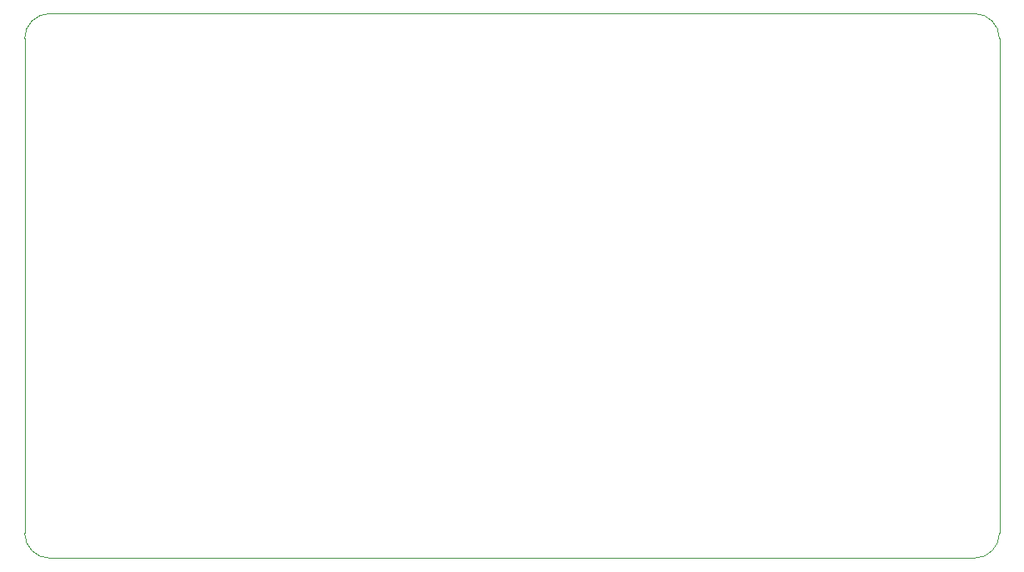
<source format=gbr>
%TF.GenerationSoftware,KiCad,Pcbnew,(5.1.9)-1*%
%TF.CreationDate,2021-05-11T15:40:24+01:00*%
%TF.ProjectId,ESP32_Plotter_Controller_revA,45535033-325f-4506-9c6f-747465725f43,rev?*%
%TF.SameCoordinates,Original*%
%TF.FileFunction,Profile,NP*%
%FSLAX46Y46*%
G04 Gerber Fmt 4.6, Leading zero omitted, Abs format (unit mm)*
G04 Created by KiCad (PCBNEW (5.1.9)-1) date 2021-05-11 15:40:24*
%MOMM*%
%LPD*%
G01*
G04 APERTURE LIST*
%TA.AperFunction,Profile*%
%ADD10C,0.050000*%
%TD*%
G04 APERTURE END LIST*
D10*
X109537500Y-120205500D02*
X109537500Y-69913500D01*
X206057500Y-122745500D02*
X112077500Y-122745500D01*
X208597500Y-69913500D02*
X208597500Y-120205500D01*
X112077500Y-67373500D02*
X206057500Y-67373500D01*
X109537500Y-69913500D02*
G75*
G02*
X112077500Y-67373500I2540000J0D01*
G01*
X112077500Y-122745500D02*
G75*
G02*
X109537500Y-120205500I0J2540000D01*
G01*
X206057500Y-122745500D02*
G75*
G03*
X208597500Y-120205500I0J2540000D01*
G01*
X206057500Y-67373500D02*
G75*
G02*
X208597500Y-69913500I0J-2540000D01*
G01*
M02*

</source>
